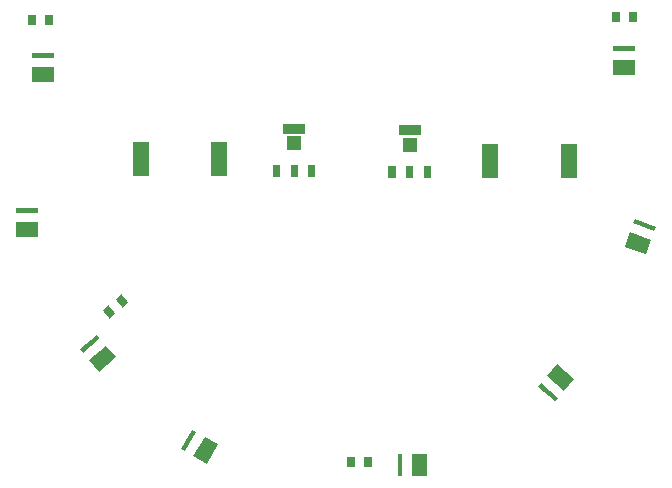
<source format=gtp>
G04*
G04 #@! TF.GenerationSoftware,Altium Limited,Altium Designer,21.7.2 (23)*
G04*
G04 Layer_Color=8421504*
%FSLAX25Y25*%
%MOIN*%
G70*
G04*
G04 #@! TF.SameCoordinates,C9020EFE-5469-4C63-B031-BAE70B3800EC*
G04*
G04*
G04 #@! TF.FilePolarity,Positive*
G04*
G01*
G75*
%ADD13R,0.05709X0.11417*%
G04:AMPARAMS|DCode=14|XSize=25.59mil|YSize=35.43mil|CornerRadius=0mil|HoleSize=0mil|Usage=FLASHONLY|Rotation=40.000|XOffset=0mil|YOffset=0mil|HoleType=Round|Shape=Rectangle|*
%AMROTATEDRECTD14*
4,1,4,0.00159,-0.02180,-0.02119,0.00535,-0.00159,0.02180,0.02119,-0.00535,0.00159,-0.02180,0.0*
%
%ADD14ROTATEDRECTD14*%

%ADD15R,0.02559X0.03543*%
G36*
X165740Y327709D02*
X158260D01*
Y329283D01*
X165740D01*
Y327709D01*
D02*
G37*
G36*
Y319441D02*
X158260D01*
Y324559D01*
X165740D01*
Y319441D01*
D02*
G37*
G36*
X186371Y285801D02*
X180641Y280993D01*
X179629Y282199D01*
X185359Y287007D01*
X186371Y285801D01*
D02*
G37*
G36*
X191686Y279468D02*
X185955Y274659D01*
X182666Y278580D01*
X188396Y283388D01*
X191686Y279468D01*
D02*
G37*
G36*
X218426Y254593D02*
X214686Y248115D01*
X213322Y248903D01*
X217062Y255381D01*
X218426Y254593D01*
D02*
G37*
G36*
X225586Y250460D02*
X221846Y243981D01*
X217414Y246540D01*
X221154Y253019D01*
X225586Y250460D01*
D02*
G37*
G36*
X170965Y379394D02*
X163484D01*
Y380968D01*
X170965D01*
Y379394D01*
D02*
G37*
G36*
Y371126D02*
X163484D01*
Y376244D01*
X170965D01*
Y371126D01*
D02*
G37*
G36*
X254740Y354012D02*
X247260D01*
Y357358D01*
X254740D01*
Y354012D01*
D02*
G37*
G36*
X253362Y348500D02*
X248638D01*
Y353224D01*
X253362D01*
Y348500D01*
D02*
G37*
G36*
X258087Y339642D02*
X255724D01*
Y343579D01*
X258087D01*
Y339642D01*
D02*
G37*
G36*
X252181D02*
X249819D01*
Y343579D01*
X252181D01*
Y339642D01*
D02*
G37*
G36*
X246276D02*
X243913D01*
Y343579D01*
X246276D01*
Y339642D01*
D02*
G37*
G36*
X364740Y381709D02*
X357260D01*
Y383283D01*
X364740D01*
Y381709D01*
D02*
G37*
G36*
Y373441D02*
X357260D01*
Y378559D01*
X364740D01*
Y373441D01*
D02*
G37*
G36*
X293240Y353512D02*
X285760D01*
Y356858D01*
X293240D01*
Y353512D01*
D02*
G37*
G36*
X291862Y348000D02*
X287138D01*
Y352724D01*
X291862D01*
Y348000D01*
D02*
G37*
G36*
X296587Y339142D02*
X294224D01*
Y343079D01*
X296587D01*
Y339142D01*
D02*
G37*
G36*
X290681D02*
X288319D01*
Y343079D01*
X290681D01*
Y339142D01*
D02*
G37*
G36*
X284776D02*
X282413D01*
Y343079D01*
X284776D01*
Y339142D01*
D02*
G37*
G36*
X371506Y323065D02*
X370967Y321585D01*
X363938Y324144D01*
X364476Y325623D01*
X371506Y323065D01*
D02*
G37*
G36*
X369890Y318625D02*
X368139Y313816D01*
X361110Y316374D01*
X362861Y321184D01*
X369890Y318625D01*
D02*
G37*
G36*
X344233Y272306D02*
X340943Y268385D01*
X335213Y273194D01*
X338503Y277114D01*
X344233Y272306D01*
D02*
G37*
G36*
X338918Y265973D02*
X337906Y264766D01*
X332176Y269575D01*
X333188Y270781D01*
X338918Y265973D01*
D02*
G37*
G36*
X295327Y239776D02*
X290209D01*
Y247256D01*
X295327D01*
Y239776D01*
D02*
G37*
G36*
X287059D02*
X285484D01*
Y247256D01*
X287059D01*
Y239776D01*
D02*
G37*
D13*
X316409Y345000D02*
D03*
X342590D02*
D03*
X199909Y345500D02*
D03*
X226091D02*
D03*
D14*
X193597Y298118D02*
D03*
X189224Y294449D02*
D03*
D15*
X358146Y393000D02*
D03*
X363854D02*
D03*
X169354Y392000D02*
D03*
X163646D02*
D03*
X269913Y244516D02*
D03*
X275622D02*
D03*
M02*

</source>
